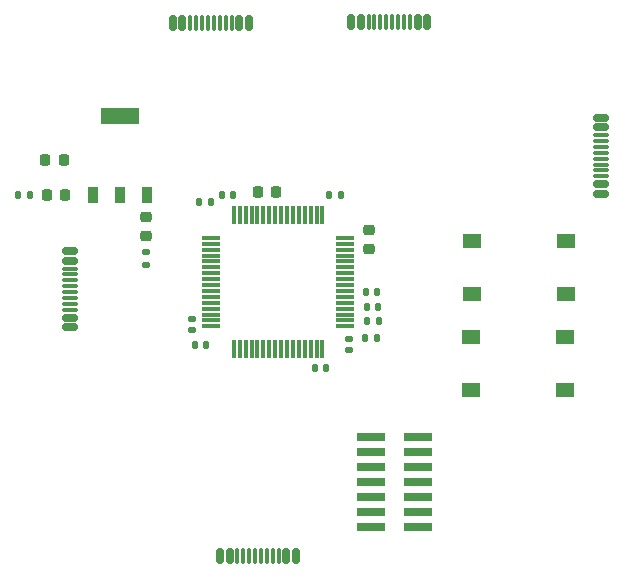
<source format=gbr>
%TF.GenerationSoftware,KiCad,Pcbnew,9.0.1*%
%TF.CreationDate,2025-04-07T20:17:48+02:00*%
%TF.ProjectId,PCB_COM,5043425f-434f-44d2-9e6b-696361645f70,rev?*%
%TF.SameCoordinates,Original*%
%TF.FileFunction,Paste,Top*%
%TF.FilePolarity,Positive*%
%FSLAX46Y46*%
G04 Gerber Fmt 4.6, Leading zero omitted, Abs format (unit mm)*
G04 Created by KiCad (PCBNEW 9.0.1) date 2025-04-07 20:17:48*
%MOMM*%
%LPD*%
G01*
G04 APERTURE LIST*
G04 Aperture macros list*
%AMRoundRect*
0 Rectangle with rounded corners*
0 $1 Rounding radius*
0 $2 $3 $4 $5 $6 $7 $8 $9 X,Y pos of 4 corners*
0 Add a 4 corners polygon primitive as box body*
4,1,4,$2,$3,$4,$5,$6,$7,$8,$9,$2,$3,0*
0 Add four circle primitives for the rounded corners*
1,1,$1+$1,$2,$3*
1,1,$1+$1,$4,$5*
1,1,$1+$1,$6,$7*
1,1,$1+$1,$8,$9*
0 Add four rect primitives between the rounded corners*
20,1,$1+$1,$2,$3,$4,$5,0*
20,1,$1+$1,$4,$5,$6,$7,0*
20,1,$1+$1,$6,$7,$8,$9,0*
20,1,$1+$1,$8,$9,$2,$3,0*%
G04 Aperture macros list end*
%ADD10RoundRect,0.140000X-0.140000X-0.170000X0.140000X-0.170000X0.140000X0.170000X-0.140000X0.170000X0*%
%ADD11RoundRect,0.140000X-0.170000X0.140000X-0.170000X-0.140000X0.170000X-0.140000X0.170000X0.140000X0*%
%ADD12RoundRect,0.140000X0.170000X-0.140000X0.170000X0.140000X-0.170000X0.140000X-0.170000X-0.140000X0*%
%ADD13RoundRect,0.140000X0.140000X0.170000X-0.140000X0.170000X-0.140000X-0.170000X0.140000X-0.170000X0*%
%ADD14RoundRect,0.225000X-0.250000X0.225000X-0.250000X-0.225000X0.250000X-0.225000X0.250000X0.225000X0*%
%ADD15RoundRect,0.225000X-0.225000X-0.250000X0.225000X-0.250000X0.225000X0.250000X-0.225000X0.250000X0*%
%ADD16R,1.550000X1.300000*%
%ADD17RoundRect,0.150000X-0.500000X0.150000X-0.500000X-0.150000X0.500000X-0.150000X0.500000X0.150000X0*%
%ADD18RoundRect,0.075000X-0.575000X0.075000X-0.575000X-0.075000X0.575000X-0.075000X0.575000X0.075000X0*%
%ADD19RoundRect,0.150000X-0.150000X-0.500000X0.150000X-0.500000X0.150000X0.500000X-0.150000X0.500000X0*%
%ADD20RoundRect,0.075000X-0.075000X-0.575000X0.075000X-0.575000X0.075000X0.575000X-0.075000X0.575000X0*%
%ADD21RoundRect,0.150000X0.500000X-0.150000X0.500000X0.150000X-0.500000X0.150000X-0.500000X-0.150000X0*%
%ADD22RoundRect,0.075000X0.575000X-0.075000X0.575000X0.075000X-0.575000X0.075000X-0.575000X-0.075000X0*%
%ADD23RoundRect,0.150000X0.150000X0.500000X-0.150000X0.500000X-0.150000X-0.500000X0.150000X-0.500000X0*%
%ADD24RoundRect,0.075000X0.075000X0.575000X-0.075000X0.575000X-0.075000X-0.575000X0.075000X-0.575000X0*%
%ADD25RoundRect,0.135000X0.135000X0.185000X-0.135000X0.185000X-0.135000X-0.185000X0.135000X-0.185000X0*%
%ADD26RoundRect,0.218750X-0.218750X-0.256250X0.218750X-0.256250X0.218750X0.256250X-0.218750X0.256250X0*%
%ADD27RoundRect,0.075000X0.700000X0.075000X-0.700000X0.075000X-0.700000X-0.075000X0.700000X-0.075000X0*%
%ADD28RoundRect,0.075000X0.075000X0.700000X-0.075000X0.700000X-0.075000X-0.700000X0.075000X-0.700000X0*%
%ADD29RoundRect,0.135000X-0.135000X-0.185000X0.135000X-0.185000X0.135000X0.185000X-0.135000X0.185000X0*%
%ADD30RoundRect,0.218750X0.256250X-0.218750X0.256250X0.218750X-0.256250X0.218750X-0.256250X-0.218750X0*%
%ADD31RoundRect,0.135000X-0.185000X0.135000X-0.185000X-0.135000X0.185000X-0.135000X0.185000X0.135000X0*%
%ADD32R,2.400000X0.740000*%
%ADD33R,3.250000X1.350000*%
%ADD34R,0.950000X1.350000*%
G04 APERTURE END LIST*
D10*
%TO.C,C10*%
X148380000Y-92000000D03*
X147420000Y-92000000D03*
%TD*%
D11*
%TO.C,C5*%
X149100000Y-105180000D03*
X149100000Y-104220000D03*
%TD*%
D10*
%TO.C,C7*%
X138320000Y-92000000D03*
X139280000Y-92000000D03*
%TD*%
D12*
%TO.C,C8*%
X135800000Y-103480000D03*
X135800000Y-102520000D03*
%TD*%
D13*
%TO.C,C6*%
X147180000Y-106700000D03*
X146220000Y-106700000D03*
%TD*%
D14*
%TO.C,C4*%
X150800000Y-96575000D03*
X150800000Y-95025000D03*
%TD*%
D15*
%TO.C,C9*%
X142950000Y-91800000D03*
X141400000Y-91800000D03*
%TD*%
D10*
%TO.C,C11*%
X136980000Y-104700000D03*
X136020000Y-104700000D03*
%TD*%
D15*
%TO.C,C3*%
X124937500Y-89100000D03*
X123387500Y-89100000D03*
%TD*%
D10*
%TO.C,C2*%
X137380000Y-92600000D03*
X136420000Y-92600000D03*
%TD*%
D16*
%TO.C,SW2*%
X167375000Y-108550000D03*
X159425000Y-108550000D03*
X167375000Y-104050000D03*
X159425000Y-104050000D03*
%TD*%
D17*
%TO.C,J2*%
X125445000Y-96800000D03*
X125445000Y-97600000D03*
D18*
X125445000Y-98250000D03*
X125445000Y-99250000D03*
X125445000Y-100750000D03*
X125445000Y-101750000D03*
D17*
X125445000Y-102400000D03*
X125445000Y-103200000D03*
X125445000Y-103200000D03*
X125445000Y-102400000D03*
D18*
X125445000Y-101250000D03*
X125445000Y-100250000D03*
X125445000Y-99750000D03*
X125445000Y-98750000D03*
D17*
X125445000Y-97600000D03*
X125445000Y-96800000D03*
%TD*%
D19*
%TO.C,J6*%
X138200000Y-122555000D03*
X139000000Y-122555000D03*
D20*
X139650000Y-122555000D03*
X140650000Y-122555000D03*
X142150000Y-122555000D03*
X143150000Y-122555000D03*
D19*
X143800000Y-122555000D03*
X144600000Y-122555000D03*
X144600000Y-122555000D03*
X143800000Y-122555000D03*
D20*
X142650000Y-122555000D03*
X141650000Y-122555000D03*
X141150000Y-122555000D03*
X140150000Y-122555000D03*
D19*
X139000000Y-122555000D03*
X138200000Y-122555000D03*
%TD*%
D21*
%TO.C,J4*%
X170455000Y-91900000D03*
X170455000Y-91100000D03*
D22*
X170455000Y-90450000D03*
X170455000Y-89450000D03*
X170455000Y-87950000D03*
X170455000Y-86950000D03*
D21*
X170455000Y-86300000D03*
X170455000Y-85500000D03*
X170455000Y-85500000D03*
X170455000Y-86300000D03*
D22*
X170455000Y-87450000D03*
X170455000Y-88450000D03*
X170455000Y-88950000D03*
X170455000Y-89950000D03*
D21*
X170455000Y-91100000D03*
X170455000Y-91900000D03*
%TD*%
D23*
%TO.C,J5*%
X140600000Y-77485000D03*
X139800000Y-77485000D03*
D24*
X139150000Y-77485000D03*
X138150000Y-77485000D03*
X136650000Y-77485000D03*
X135650000Y-77485000D03*
D23*
X135000000Y-77485000D03*
X134200000Y-77485000D03*
X134200000Y-77485000D03*
X135000000Y-77485000D03*
D24*
X136150000Y-77485000D03*
X137150000Y-77485000D03*
X137650000Y-77485000D03*
X138650000Y-77485000D03*
D23*
X139800000Y-77485000D03*
X140600000Y-77485000D03*
%TD*%
%TO.C,J3*%
X155700000Y-77345000D03*
X154900000Y-77345000D03*
D24*
X154250000Y-77345000D03*
X153250000Y-77345000D03*
X151750000Y-77345000D03*
X150750000Y-77345000D03*
D23*
X150100000Y-77345000D03*
X149300000Y-77345000D03*
X149300000Y-77345000D03*
X150100000Y-77345000D03*
D24*
X151250000Y-77345000D03*
X152250000Y-77345000D03*
X152750000Y-77345000D03*
X153750000Y-77345000D03*
D23*
X154900000Y-77345000D03*
X155700000Y-77345000D03*
%TD*%
D16*
%TO.C,SW1*%
X167475000Y-100450000D03*
X159525000Y-100450000D03*
X167475000Y-95950000D03*
X159525000Y-95950000D03*
%TD*%
D25*
%TO.C,R2*%
X122097500Y-92000000D03*
X121077500Y-92000000D03*
%TD*%
D26*
%TO.C,D1*%
X123500000Y-92000000D03*
X125075000Y-92000000D03*
%TD*%
D27*
%TO.C,U1*%
X148775000Y-103150000D03*
X148775000Y-102650000D03*
X148775000Y-102150000D03*
X148775000Y-101650000D03*
X148775000Y-101150000D03*
X148775000Y-100650000D03*
X148775000Y-100150000D03*
X148775000Y-99650000D03*
X148775000Y-99150000D03*
X148775000Y-98650000D03*
X148775000Y-98150000D03*
X148775000Y-97650000D03*
X148775000Y-97150000D03*
X148775000Y-96650000D03*
X148775000Y-96150000D03*
X148775000Y-95650000D03*
D28*
X146850000Y-93725000D03*
X146350000Y-93725000D03*
X145850000Y-93725000D03*
X145350000Y-93725000D03*
X144850000Y-93725000D03*
X144350000Y-93725000D03*
X143850000Y-93725000D03*
X143350000Y-93725000D03*
X142850000Y-93725000D03*
X142350000Y-93725000D03*
X141850000Y-93725000D03*
X141350000Y-93725000D03*
X140850000Y-93725000D03*
X140350000Y-93725000D03*
X139850000Y-93725000D03*
X139350000Y-93725000D03*
D27*
X137425000Y-95650000D03*
X137425000Y-96150000D03*
X137425000Y-96650000D03*
X137425000Y-97150000D03*
X137425000Y-97650000D03*
X137425000Y-98150000D03*
X137425000Y-98650000D03*
X137425000Y-99150000D03*
X137425000Y-99650000D03*
X137425000Y-100150000D03*
X137425000Y-100650000D03*
X137425000Y-101150000D03*
X137425000Y-101650000D03*
X137425000Y-102150000D03*
X137425000Y-102650000D03*
X137425000Y-103150000D03*
D28*
X139350000Y-105075000D03*
X139850000Y-105075000D03*
X140350000Y-105075000D03*
X140850000Y-105075000D03*
X141350000Y-105075000D03*
X141850000Y-105075000D03*
X142350000Y-105075000D03*
X142850000Y-105075000D03*
X143350000Y-105075000D03*
X143850000Y-105075000D03*
X144350000Y-105075000D03*
X144850000Y-105075000D03*
X145350000Y-105075000D03*
X145850000Y-105075000D03*
X146350000Y-105075000D03*
X146850000Y-105075000D03*
%TD*%
D29*
%TO.C,R1*%
X150590000Y-102700000D03*
X151610000Y-102700000D03*
%TD*%
D30*
%TO.C,D2*%
X131900000Y-95500000D03*
X131900000Y-93925000D03*
%TD*%
D31*
%TO.C,R3*%
X131900000Y-96892500D03*
X131900000Y-97912500D03*
%TD*%
D32*
%TO.C,J7*%
X154900000Y-120110000D03*
X151000000Y-120110000D03*
X154900000Y-118840000D03*
X151000000Y-118840000D03*
X154900000Y-117570000D03*
X151000000Y-117570000D03*
X154900000Y-116300000D03*
X151000000Y-116300000D03*
X154900000Y-115030000D03*
X151000000Y-115030000D03*
X154900000Y-113760000D03*
X151000000Y-113760000D03*
X154900000Y-112490000D03*
X151000000Y-112490000D03*
%TD*%
D33*
%TO.C,U2*%
X129700000Y-85300000D03*
D34*
X132000000Y-92000000D03*
X129700000Y-92000000D03*
X127400000Y-92000000D03*
%TD*%
D10*
%TO.C,C12*%
X150620000Y-101500000D03*
X151580000Y-101500000D03*
%TD*%
D29*
%TO.C,R4*%
X150490000Y-104100000D03*
X151510000Y-104100000D03*
%TD*%
D10*
%TO.C,C1*%
X150500000Y-100200000D03*
X151460000Y-100200000D03*
%TD*%
M02*

</source>
